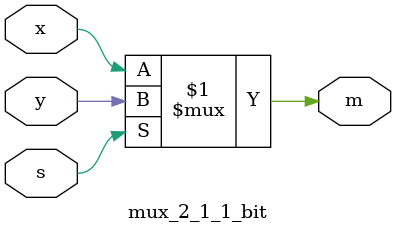
<source format=v>
module mux_2_1_1_bit(
    input x, 
    input y,  
    input s, 
    output m  
);


assign m = s ? y : x;

endmodule
</source>
